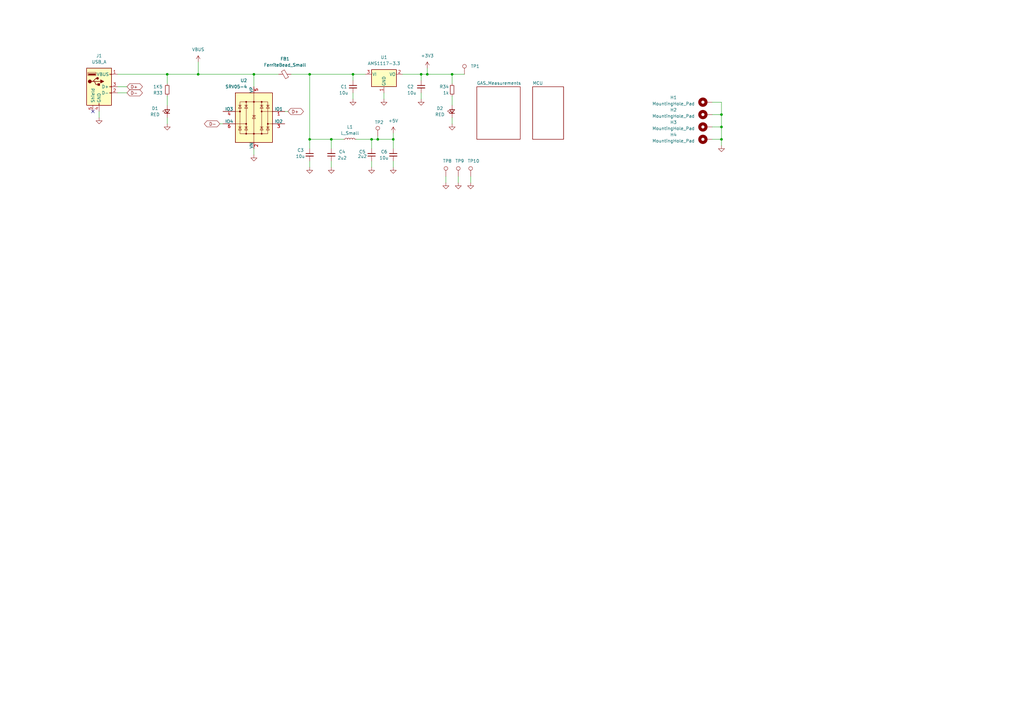
<source format=kicad_sch>
(kicad_sch (version 20211123) (generator eeschema)
  (paper "A3")
  (title_block (title "Gas_sensor_board") (rev "1"))
  (lib_symbols
    (symbol "Connector:TestPoint" (pin_numbers hide) (pin_names (offset 0.762) hide)
      (property "Reference" "TP" (at 0 6.858 0))
      (property "Value" "TestPoint" (at 0 5.08 0))
      (symbol "TestPoint_0_1"
        (circle (center 0 3.302) (radius 0.762))
      )
      (symbol "TestPoint_1_1"
        (pin passive line (at 0 0 90) (length 2.54) (name "1") (number "1"))
      )
    )
    (symbol "Connector:USB_A" (pin_names (offset 1.016))
      (property "Reference" "J" (at -5.08 11.43 0))
      (property "Value" "USB_A" (at -5.08 8.89 0))
      (symbol "USB_A_0_1"
        (rectangle (start -5.08 -7.62) (end 5.08 7.62) (stroke (width 0.254)) (fill (type background)))
        (circle (center -3.81 2.159) (radius 0.635) (stroke (width 0.254)) (fill (type outline)))
        (rectangle (start -1.524 4.826) (end -4.318 5.334) (fill (type outline)))
        (rectangle (start -1.27 4.572) (end -4.572 5.842))
        (circle (center -0.635 3.429) (radius 0.381) (stroke (width 0.254)) (fill (type outline)))
        (rectangle (start -0.127 -7.62) (end 0.127 -6.858))
        (polyline (pts (xy -3.175 2.159) (xy -2.54 2.159) (xy -1.27 3.429) (xy -0.635 3.429)) (stroke (width 0.254)))
        (polyline (pts (xy -2.54 2.159) (xy -1.905 2.159) (xy -1.27 0.889) (xy 0 0.889)) (stroke (width 0.254)))
        (polyline (pts (xy 0.635 2.794) (xy 0.635 1.524) (xy 1.905 2.159) (xy 0.635 2.794)) (stroke (width 0.254)) (fill (type outline)))
        (rectangle (start 0.254 1.27) (end -0.508 0.508) (stroke (width 0.254)) (fill (type outline)))
        (rectangle (start 5.08 -2.667) (end 4.318 -2.413))
        (rectangle (start 5.08 -0.127) (end 4.318 0.127))
        (rectangle (start 5.08 4.953) (end 4.318 5.207))
      )
      (symbol "USB_A_1_1"
        (polyline (pts (xy -1.905 2.159) (xy 0.635 2.159)) (stroke (width 0.254)))
        (pin power_in line (at 7.62 5.08 180) (length 2.54) (name "VBUS") (number "1"))
        (pin bidirectional line (at 7.62 -2.54 180) (length 2.54) (name "D-") (number "2"))
        (pin bidirectional line (at 7.62 0 180) (length 2.54) (name "D+") (number "3"))
        (pin power_in line (at 0 -10.16 90) (length 2.54) (name "GND") (number "4"))
        (pin passive line (at -2.54 -10.16 90) (length 2.54) (name "Shield") (number "5"))
      )
    )
    (symbol "Device:C_Small" (pin_numbers hide) (pin_names (offset 0.254) hide)
      (property "Reference" "C" (at 0.254 1.778 0))
      (property "Value" "C_Small" (at 0.254 -2.032 0))
      (symbol "C_Small_0_1"
        (polyline (pts (xy -1.524 -0.508) (xy 1.524 -0.508)) (stroke (width 0.3302)))
        (polyline (pts (xy -1.524 0.508) (xy 1.524 0.508)) (stroke (width 0.3048)))
      )
      (symbol "C_Small_1_1"
        (pin passive line (at 0 2.54 270) (length 2.032) (name "~") (number "1"))
        (pin passive line (at 0 -2.54 90) (length 2.032) (name "~") (number "2"))
      )
    )
    (symbol "Device:FerriteBead_Small" (pin_numbers hide) (pin_names (offset 0))
      (property "Reference" "FB" (at 1.905 1.27 0))
      (property "Value" "FerriteBead_Small" (at 1.905 -1.27 0))
      (symbol "FerriteBead_Small_0_1"
        (polyline (pts (xy 0 -1.27) (xy 0 -0.7874)))
        (polyline (pts (xy 0 0.889) (xy 0 1.2954)))
        (polyline (pts (xy -1.8288 0.2794) (xy -1.1176 1.4986) (xy 1.8288 -0.2032) (xy 1.1176 -1.4224) (xy -1.8288 0.2794)))
      )
      (symbol "FerriteBead_Small_1_1"
        (pin passive line (at 0 2.54 270) (length 1.27) (name "~") (number "1"))
        (pin passive line (at 0 -2.54 90) (length 1.27) (name "~") (number "2"))
      )
    )
    (symbol "Device:LED_Small" (pin_numbers hide) (pin_names (offset 0.254) hide)
      (property "Reference" "D" (at -1.27 3.175 0))
      (property "Value" "LED_Small" (at -4.445 -2.54 0))
      (symbol "LED_Small_0_1"
        (polyline (pts (xy -0.762 -1.016) (xy -0.762 1.016)) (stroke (width 0.254)))
        (polyline (pts (xy 1.016 0) (xy -0.762 0)))
        (polyline (pts (xy 0.762 -1.016) (xy -0.762 0) (xy 0.762 1.016) (xy 0.762 -1.016)) (stroke (width 0.254)))
        (polyline (pts (xy 0 0.762) (xy -0.508 1.27) (xy -0.254 1.27) (xy -0.508 1.27) (xy -0.508 1.016)))
        (polyline (pts (xy 0.508 1.27) (xy 0 1.778) (xy 0.254 1.778) (xy 0 1.778) (xy 0 1.524)))
      )
      (symbol "LED_Small_1_1"
        (pin passive line (at -2.54 0 0) (length 1.778) (name "K") (number "1"))
        (pin passive line (at 2.54 0 180) (length 1.778) (name "A") (number "2"))
      )
    )
    (symbol "Device:L_Small" (pin_numbers hide) (pin_names (offset 0.254) hide)
      (property "Reference" "L" (at 0.762 1.016 0))
      (property "Value" "L_Small" (at 0.762 -1.016 0))
      (symbol "L_Small_0_1"
        (arc (start 0 -2.032) (mid 0.508 -1.524) (end 0 -1.016))
        (arc (start 0 -1.016) (mid 0.508 -0.508) (end 0 0))
        (arc (start 0 0) (mid 0.508 0.508) (end 0 1.016))
        (arc (start 0 1.016) (mid 0.508 1.524) (end 0 2.032))
      )
      (symbol "L_Small_1_1"
        (pin passive line (at 0 2.54 270) (length 0.508) (name "~") (number "1"))
        (pin passive line (at 0 -2.54 90) (length 0.508) (name "~") (number "2"))
      )
    )
    (symbol "Device:R_Small" (pin_numbers hide) (pin_names (offset 0.254) hide)
      (property "Reference" "R" (at 0.762 0.508 0))
      (property "Value" "R_Small" (at 0.762 -1.016 0))
      (symbol "R_Small_0_1"
        (rectangle (start -0.762 1.778) (end 0.762 -1.778) (stroke (width 0.2032)))
      )
      (symbol "R_Small_1_1"
        (pin passive line (at 0 2.54 270) (length 0.762) (name "~") (number "1"))
        (pin passive line (at 0 -2.54 90) (length 0.762) (name "~") (number "2"))
      )
    )
    (symbol "Mechanical:MountingHole_Pad" (pin_numbers hide) (pin_names (offset 1.016) hide)
      (property "Reference" "H" (at 0 6.35 0))
      (property "Value" "MountingHole_Pad" (at 0 4.445 0))
      (symbol "MountingHole_Pad_0_1"
        (circle (center 0 1.27) (radius 1.27) (stroke (width 1.27)))
      )
      (symbol "MountingHole_Pad_1_1"
        (pin input line (at 0 -2.54 90) (length 2.54) (name "1") (number "1"))
      )
    )
    (symbol "Power_Protection:SRV05-4" (pin_names (offset 0))
      (property "Reference" "U" (at -5.08 11.43 0))
      (property "Value" "SRV05-4" (at 2.54 11.43 0))
      (symbol "SRV05-4_0_0"
        (rectangle (start -5.715 6.477) (end 5.715 -6.604))
        (polyline (pts (xy -3.175 -6.604) (xy -3.175 6.477)))
        (polyline (pts (xy 3.175 6.477) (xy 3.175 -6.604)))
      )
      (symbol "SRV05-4_0_1"
        (rectangle (start -7.62 10.16) (end 7.62 -10.16) (stroke (width 0.254)) (fill (type background)))
        (circle (center -5.715 -2.54) (radius 0.2794) (fill (type outline)))
        (circle (center -3.175 -6.604) (radius 0.2794) (fill (type outline)))
        (circle (center -3.175 2.54) (radius 0.2794) (fill (type outline)))
        (circle (center -3.175 6.477) (radius 0.2794) (fill (type outline)))
        (circle (center 0 -6.604) (radius 0.2794) (fill (type outline)))
        (polyline (pts (xy -7.747 2.54) (xy -3.175 2.54)))
        (polyline (pts (xy -7.62 -2.54) (xy -5.715 -2.54)))
        (polyline (pts (xy -5.08 -3.81) (xy -6.35 -3.81)))
        (polyline (pts (xy -5.08 5.08) (xy -6.35 5.08)))
        (polyline (pts (xy -2.54 -3.81) (xy -3.81 -3.81)))
        (polyline (pts (xy -2.54 5.08) (xy -3.81 5.08)))
        (polyline (pts (xy 0 10.16) (xy 0 -10.16)))
        (polyline (pts (xy 3.81 -3.81) (xy 2.54 -3.81)))
        (polyline (pts (xy 3.81 5.08) (xy 2.54 5.08)))
        (polyline (pts (xy 6.35 -3.81) (xy 5.08 -3.81)))
        (polyline (pts (xy 6.35 5.08) (xy 5.08 5.08)))
        (polyline (pts (xy 7.62 -2.54) (xy 3.175 -2.54)))
        (polyline (pts (xy 7.62 2.54) (xy 5.715 2.54)))
        (polyline (pts (xy 0.635 0.889) (xy -0.635 0.889) (xy -0.635 0.635)))
        (polyline (pts (xy -5.08 -5.08) (xy -6.35 -5.08) (xy -5.715 -3.81) (xy -5.08 -5.08)))
        (polyline (pts (xy -5.08 3.81) (xy -6.35 3.81) (xy -5.715 5.08) (xy -5.08 3.81)))
        (polyline (pts (xy -2.54 -5.08) (xy -3.81 -5.08) (xy -3.175 -3.81) (xy -2.54 -5.08)))
        (polyline (pts (xy -2.54 3.81) (xy -3.81 3.81) (xy -3.175 5.08) (xy -2.54 3.81)))
        (polyline (pts (xy 0.635 -0.381) (xy -0.635 -0.381) (xy 0 0.889) (xy 0.635 -0.381)))
        (polyline (pts (xy 3.81 -5.08) (xy 2.54 -5.08) (xy 3.175 -3.81) (xy 3.81 -5.08)))
        (polyline (pts (xy 3.81 3.81) (xy 2.54 3.81) (xy 3.175 5.08) (xy 3.81 3.81)))
        (polyline (pts (xy 6.35 -5.08) (xy 5.08 -5.08) (xy 5.715 -3.81) (xy 6.35 -5.08)))
        (polyline (pts (xy 6.35 3.81) (xy 5.08 3.81) (xy 5.715 5.08) (xy 6.35 3.81)))
        (circle (center 0 6.477) (radius 0.2794) (fill (type outline)))
        (circle (center 3.175 -6.604) (radius 0.2794) (fill (type outline)))
        (circle (center 3.175 -2.54) (radius 0.2794) (fill (type outline)))
        (circle (center 3.175 6.477) (radius 0.2794) (fill (type outline)))
        (circle (center 5.715 2.54) (radius 0.2794) (fill (type outline)))
      )
      (symbol "SRV05-4_1_1"
        (pin passive line (at -12.7 2.54 0) (length 5.08) (name "IO1") (number "1"))
        (pin passive line (at 0 -12.7 90) (length 2.54) (name "VN") (number "2"))
        (pin passive line (at -12.7 -2.54 0) (length 5.08) (name "IO2") (number "3"))
        (pin passive line (at 12.7 2.54 180) (length 5.08) (name "IO3") (number "4"))
        (pin passive line (at 0 12.7 270) (length 2.54) (name "VP") (number "5"))
        (pin passive line (at 12.7 -2.54 180) (length 5.08) (name "IO4") (number "6"))
      )
    )
    (symbol "Regulator_Linear:AMS1117-3.3" (pin_names (offset 0.254))
      (property "Reference" "U" (at -3.81 3.175 0))
      (property "Value" "AMS1117-3.3" (at 0 3.175 0))
      (symbol "AMS1117-3.3_0_1"
        (rectangle (start -5.08 -5.08) (end 5.08 1.905) (stroke (width 0.254)) (fill (type background)))
      )
      (symbol "AMS1117-3.3_1_1"
        (pin power_in line (at 0 -7.62 90) (length 2.54) (name "GND") (number "1"))
        (pin power_out line (at 7.62 0 180) (length 2.54) (name "VO") (number "2"))
        (pin power_in line (at -7.62 0 0) (length 2.54) (name "VI") (number "3"))
      )
    )
    (symbol "power:+3V3" (power) (pin_names (offset 0))
      (property "Value" "+3V3" (at 0 3.556 0))
      (symbol "+3V3_0_1"
        (polyline (pts (xy -0.762 1.27) (xy 0 2.54)))
        (polyline (pts (xy 0 0) (xy 0 2.54)))
        (polyline (pts (xy 0 2.54) (xy 0.762 1.27)))
      )
      (symbol "+3V3_1_1"
        (pin power_in line (at 0 0 90) (length 0) hide (name "+3V3") (number "1"))
      )
    )
    (symbol "power:+5V" (power) (pin_names (offset 0))
      (property "Value" "+5V" (at 0 3.556 0))
      (symbol "+5V_0_1"
        (polyline (pts (xy -0.762 1.27) (xy 0 2.54)))
        (polyline (pts (xy 0 0) (xy 0 2.54)))
        (polyline (pts (xy 0 2.54) (xy 0.762 1.27)))
      )
      (symbol "+5V_1_1"
        (pin power_in line (at 0 0 90) (length 0) hide (name "+5V") (number "1"))
      )
    )
    (symbol "power:GND" (power) (pin_names (offset 0))
      (property "Value" "GND" (at 0 -3.81 0))
      (symbol "GND_0_1"
        (polyline (pts (xy 0 0) (xy 0 -1.27) (xy 1.27 -1.27) (xy 0 -2.54) (xy -1.27 -1.27) (xy 0 -1.27)))
      )
      (symbol "GND_1_1"
        (pin power_in line (at 0 0 270) (length 0) hide (name "GND") (number "1"))
      )
    )
    (symbol "power:VBUS" (power) (pin_names (offset 0))
      (property "Value" "VBUS" (at 0 3.81 0))
      (symbol "VBUS_0_1"
        (polyline (pts (xy -0.762 1.27) (xy 0 2.54)))
        (polyline (pts (xy 0 0) (xy 0 2.54)))
        (polyline (pts (xy 0 2.54) (xy 0.762 1.27)))
      )
      (symbol "VBUS_1_1"
        (pin power_in line (at 0 0 90) (length 0) hide (name "VBUS") (number "1"))
      )
    )
  )
  (junction (at 68.58 30.48))
  (junction (at 161.29 57.15))
  (junction (at 135.89 57.15))
  (junction (at 127 30.48))
  (junction (at 127 57.15))
  (junction (at 295.91 57.15))
  (junction (at 154.94 57.15))
  (junction (at 172.72 30.48))
  (junction (at 152.4 57.15))
  (junction (at 144.78 30.48))
  (junction (at 81.28 30.48))
  (junction (at 104.14 30.48))
  (junction (at 295.91 52.07))
  (junction (at 295.91 46.99))
  (junction (at 185.42 30.48))
  (junction (at 175.26 30.48))
  (no_connect (at 38.1 45.72))
  (wire (pts (xy 161.29 54.61) (xy 161.29 57.15)))
  (wire (pts (xy 118.11 45.72) (xy 116.84 45.72)))
  (wire (pts (xy 161.29 68.58) (xy 161.29 66.04)))
  (wire (pts (xy 175.26 27.94) (xy 175.26 30.48)))
  (wire (pts (xy 81.28 30.48) (xy 68.58 30.48)))
  (wire (pts (xy 187.96 74.93) (xy 187.96 72.39)))
  (wire (pts (xy 157.48 40.64) (xy 157.48 38.1)))
  (wire (pts (xy 154.94 57.15) (xy 154.94 55.88)))
  (wire (pts (xy 52.07 38.1) (xy 48.26 38.1)))
  (wire (pts (xy 104.14 35.56) (xy 104.14 30.48)))
  (wire (pts (xy 135.89 57.15) (xy 140.97 57.15)))
  (wire (pts (xy 152.4 57.15) (xy 154.94 57.15)))
  (wire (pts (xy 292.1 57.15) (xy 295.91 57.15)))
  (wire (pts (xy 114.3 30.48) (xy 104.14 30.48)))
  (wire (pts (xy 68.58 39.37) (xy 68.58 43.18)))
  (wire (pts (xy 146.05 57.15) (xy 152.4 57.15)))
  (wire (pts (xy 90.17 50.8) (xy 91.44 50.8)))
  (wire (pts (xy 52.07 35.56) (xy 48.26 35.56)))
  (wire (pts (xy 292.1 52.07) (xy 295.91 52.07)))
  (wire (pts (xy 165.1 30.48) (xy 172.72 30.48)))
  (wire (pts (xy 144.78 33.02) (xy 144.78 30.48)))
  (wire (pts (xy 152.4 68.58) (xy 152.4 66.04)))
  (wire (pts (xy 295.91 41.91) (xy 295.91 46.99)))
  (wire (pts (xy 127 57.15) (xy 135.89 57.15)))
  (wire (pts (xy 68.58 30.48) (xy 68.58 34.29)))
  (wire (pts (xy 185.42 30.48) (xy 190.5 30.48)))
  (wire (pts (xy 292.1 41.91) (xy 295.91 41.91)))
  (wire (pts (xy 154.94 57.15) (xy 161.29 57.15)))
  (wire (pts (xy 127 68.58) (xy 127 66.04)))
  (wire (pts (xy 182.88 74.93) (xy 182.88 72.39)))
  (wire (pts (xy 292.1 46.99) (xy 295.91 46.99)))
  (wire (pts (xy 295.91 46.99) (xy 295.91 52.07)))
  (wire (pts (xy 144.78 30.48) (xy 149.86 30.48)))
  (wire (pts (xy 119.38 30.48) (xy 127 30.48)))
  (wire (pts (xy 172.72 30.48) (xy 175.26 30.48)))
  (wire (pts (xy 68.58 50.8) (xy 68.58 48.26)))
  (wire (pts (xy 68.58 30.48) (xy 48.26 30.48)))
  (wire (pts (xy 193.04 74.93) (xy 193.04 72.39)))
  (wire (pts (xy 185.42 30.48) (xy 185.42 34.29)))
  (wire (pts (xy 127 30.48) (xy 144.78 30.48)))
  (wire (pts (xy 161.29 57.15) (xy 161.29 60.96)))
  (wire (pts (xy 175.26 30.48) (xy 185.42 30.48)))
  (wire (pts (xy 185.42 50.8) (xy 185.42 48.26)))
  (wire (pts (xy 127 60.96) (xy 127 57.15)))
  (wire (pts (xy 40.64 48.26) (xy 40.64 45.72)))
  (wire (pts (xy 152.4 60.96) (xy 152.4 57.15)))
  (wire (pts (xy 185.42 39.37) (xy 185.42 43.18)))
  (wire (pts (xy 295.91 52.07) (xy 295.91 57.15)))
  (wire (pts (xy 104.14 63.5) (xy 104.14 60.96)))
  (wire (pts (xy 104.14 30.48) (xy 81.28 30.48)))
  (wire (pts (xy 135.89 60.96) (xy 135.89 57.15)))
  (wire (pts (xy 295.91 57.15) (xy 295.91 59.69)))
  (wire (pts (xy 172.72 40.64) (xy 172.72 38.1)))
  (wire (pts (xy 144.78 40.64) (xy 144.78 38.1)))
  (wire (pts (xy 172.72 33.02) (xy 172.72 30.48)))
  (wire (pts (xy 135.89 68.58) (xy 135.89 66.04)))
  (wire (pts (xy 127 57.15) (xy 127 30.48)))
  (wire (pts (xy 81.28 25.4) (xy 81.28 30.48)))
  (global_label "D-" (shape bidirectional) (at 52.07 38.1 0) (property "Intersheet References" "${INTERSHEET_REFS}" (effects hide)))
  (global_label "D-" (shape bidirectional) (at 90.17 50.8 180) (property "Intersheet References" "${INTERSHEET_REFS}" (effects hide)))
  (global_label "D+" (shape bidirectional) (at 52.07 35.56 0) (property "Intersheet References" "${INTERSHEET_REFS}" (effects hide)))
  (global_label "D+" (shape bidirectional) (at 118.11 45.72 0) (property "Intersheet References" "${INTERSHEET_REFS}" (effects hide)))
  (symbol (lib_id "power:GND") (at 182.88 74.93 0) (mirror y) (unit 1)
    (property "Reference" "#PWR0106" (effects hide))
    (property "Value" "GND" (effects hide))
  )
  (symbol (lib_id "Connector:TestPoint") (at 182.88 72.39 0) (unit 1) (in_bom no)
    (property "Reference" "TP8" (at 181.61 66.04 0) (effects (justify left)))
    (property "Value" "TestPoint" (effects hide))
    (property "Footprint" "TestPoint:TestPoint_Pad_1.5x1.5mm" (effects hide))
  )
  (symbol (lib_id "power:GND") (at 187.96 74.93 0) (mirror y) (unit 1)
    (property "Reference" "#PWR0105" (effects hide))
    (property "Value" "GND" (effects hide))
  )
  (symbol (lib_id "Mechanical:MountingHole_Pad") (at 289.56 46.99 90) (unit 1) (in_bom no)
    (property "Reference" "H2" (at 276.225 45.085 90))
    (property "Value" "MountingHole_Pad" (at 276.225 47.625 90))
    (property "Footprint" "MountingHole:MountingHole_3.2mm_M3_DIN965_Pad_TopBottom" (effects hide))
  )
  (symbol (lib_id "Device:LED_Small") (at 68.58 45.72 90) (unit 1)
    (property "Reference" "D1" (at 63.5635 44.45 90))
    (property "Value" "RED" (at 63.5635 46.99 90))
    (property "Footprint" "LED_SMD:LED_0603_1608Metric" (effects hide))
    (property "LCSC" "C2286" (effects hide))
  )
  (symbol (lib_id "Power_Protection:SRV05-4") (at 104.14 48.26 0) (mirror y) (unit 1)
    (property "Reference" "U2" (at 101.3713 33.02 0) (effects (justify left)))
    (property "Value" "SRV05-4" (at 101.3713 35.56 0) (effects (justify left)))
    (property "Footprint" "Package_TO_SOT_SMD:SOT-23-6" (effects hide))
    (property "Datasheet" "http://www.onsemi.com/pub/Collateral/SRV05-4-D.PDF" (effects hide))
    (property "LCSC" "C85364" (effects hide))
  )
  (symbol (lib_id "Connector:TestPoint") (at 187.96 72.39 0) (unit 1) (in_bom no)
    (property "Reference" "TP9" (at 186.69 66.04 0) (effects (justify left)))
    (property "Value" "TestPoint" (effects hide))
    (property "Footprint" "TestPoint:TestPoint_Pad_1.5x1.5mm" (effects hide))
  )
  (symbol (lib_id "power:GND") (at 172.72 40.64 0) (unit 1)
    (property "Reference" "#PWR05" (effects hide))
    (property "Value" "GND" (effects hide))
  )
  (symbol (lib_id "Connector:TestPoint") (at 193.04 72.39 0) (unit 1) (in_bom no)
    (property "Reference" "TP10" (at 191.77 66.04 0) (effects (justify left)))
    (property "Value" "TestPoint" (effects hide))
    (property "Footprint" "TestPoint:TestPoint_Pad_1.5x1.5mm" (effects hide))
  )
  (symbol (lib_id "Mechanical:MountingHole_Pad") (at 289.56 52.07 90) (unit 1) (in_bom no)
    (property "Reference" "H3" (at 276.225 50.165 90))
    (property "Value" "MountingHole_Pad" (at 276.225 52.705 90))
    (property "Footprint" "MountingHole:MountingHole_3.2mm_M3_DIN965_Pad_TopBottom" (effects hide))
  )
  (symbol (lib_id "Device:C_Small") (at 172.72 35.56 0) (unit 1)
    (property "Reference" "C2" (at 167.005 35.56 0) (effects (justify left)))
    (property "Value" "10u" (at 167.005 38.1 0) (effects (justify left)))
    (property "Footprint" "Capacitor_SMD:C_0805_2012Metric" (effects hide))
    (property "LCSC" "C15850" (effects hide))
  )
  (symbol (lib_id "Device:FerriteBead_Small") (at 116.84 30.48 270) (mirror x) (unit 1)
    (property "Reference" "FB1" (at 116.8781 24.13 90))
    (property "Value" "FerriteBead_Small" (at 116.8781 26.67 90))
    (property "Footprint" "Inductor_SMD:L_0805_2012Metric" (effects hide))
    (property "Datasheet" "https://jlcpcb.com/partdetail/Sunlord-GZ2012D101TF/C1015" (effects hide))
    (property "LCSC" "C1015" (effects hide))
  )
  (symbol (lib_id "power:GND") (at 68.58 50.8 0) (mirror y) (unit 1)
    (property "Reference" "#PWR0102" (effects hide))
    (property "Value" "GND" (effects hide))
  )
  (symbol (lib_id "power:GND") (at 135.89 68.58 0) (unit 1)
    (property "Reference" "#PWR011" (effects hide))
    (property "Value" "GND" (effects hide))
  )
  (symbol (lib_id "power:+3V3") (at 175.26 27.94 0) (mirror y) (unit 1)
    (property "Reference" "#PWR02" (effects hide))
    (property "Value" "+3V3" (at 175.26 22.86 0))
  )
  (symbol (lib_id "power:GND") (at 185.42 50.8 0) (mirror y) (unit 1)
    (property "Reference" "#PWR0103" (effects hide))
    (property "Value" "GND" (effects hide))
  )
  (symbol (lib_id "Device:C_Small") (at 161.29 63.5 0) (unit 1)
    (property "Reference" "C6" (at 156.21 62.23 0) (effects (justify left)))
    (property "Value" "10u" (at 155.575 64.77 0) (effects (justify left)))
    (property "Footprint" "Capacitor_SMD:C_0805_2012Metric" (effects hide))
    (property "LCSC" "C15850" (effects hide))
  )
  (symbol (lib_id "Mechanical:MountingHole_Pad") (at 289.56 57.15 90) (unit 1) (in_bom no)
    (property "Reference" "H4" (at 276.225 55.245 90))
    (property "Value" "MountingHole_Pad" (at 276.225 57.785 90))
    (property "Footprint" "MountingHole:MountingHole_3.2mm_M3_DIN965_Pad_TopBottom" (effects hide))
  )
  (symbol (lib_id "power:GND") (at 127 68.58 0) (unit 1)
    (property "Reference" "#PWR010" (effects hide))
    (property "Value" "GND" (effects hide))
  )
  (symbol (lib_id "Device:R_Small") (at 185.42 36.83 0) (unit 1)
    (property "Reference" "R34" (at 184.15 35.56 0) (effects (justify right)))
    (property "Value" "1k" (at 184.15 38.1 0) (effects (justify right)))
    (property "Footprint" "Resistor_SMD:R_0603_1608Metric" (effects hide))
    (property "LCSC" "C21190" (effects hide))
  )
  (symbol (lib_id "Mechanical:MountingHole_Pad") (at 289.56 41.91 90) (unit 1) (in_bom no)
    (property "Reference" "H1" (at 276.225 40.005 90))
    (property "Value" "MountingHole_Pad" (at 276.225 42.545 90))
    (property "Footprint" "MountingHole:MountingHole_3.2mm_M3_DIN965_Pad_TopBottom" (effects hide))
  )
  (symbol (lib_id "power:GND") (at 40.64 48.26 0) (mirror y) (unit 1)
    (property "Reference" "#PWR06" (effects hide))
    (property "Value" "GND" (effects hide))
  )
  (symbol (lib_id "power:GND") (at 161.29 68.58 0) (unit 1)
    (property "Reference" "#PWR013" (effects hide))
    (property "Value" "GND" (effects hide))
  )
  (symbol (lib_id "power:GND") (at 157.48 40.64 0) (unit 1)
    (property "Reference" "#PWR04" (effects hide))
    (property "Value" "GND" (effects hide))
  )
  (symbol (lib_id "Device:R_Small") (at 68.58 36.83 0) (unit 1)
    (property "Reference" "R33" (at 64.77 38.1 0))
    (property "Value" "1K5" (at 64.77 35.56 0))
    (property "Footprint" "Resistor_SMD:R_0603_1608Metric" (effects hide))
    (property "LCSC" "C22843" (effects hide))
  )
  (symbol (lib_id "Regulator_Linear:AMS1117-3.3") (at 157.48 30.48 0) (unit 1)
    (property "Reference" "U1" (at 157.48 23.495 0))
    (property "Value" "AMS1117-3.3" (at 157.48 26.035 0))
    (property "Footprint" "Package_TO_SOT_SMD:SOT-223-3_TabPin2" (effects hide))
    (property "Datasheet" "http://www.advanced-monolithic.com/pdf/ds1117.pdf" (effects hide))
    (property "LCSC" "C6186" (effects hide))
  )
  (symbol (lib_id "Connector:TestPoint") (at 154.94 55.88 0) (unit 1) (in_bom no)
    (property "Reference" "TP2" (at 153.67 50.165 0) (effects (justify left)))
    (property "Value" "TestPoint" (effects hide))
    (property "Footprint" "TestPoint:TestPoint_Pad_1.5x1.5mm" (effects hide))
  )
  (symbol (lib_id "Device:C_Small") (at 144.78 35.56 0) (unit 1)
    (property "Reference" "C1" (at 139.7 35.56 0) (effects (justify left)))
    (property "Value" "10u" (at 139.065 38.1 0) (effects (justify left)))
    (property "Footprint" "Capacitor_SMD:C_0805_2012Metric" (effects hide))
    (property "LCSC" "C15850" (effects hide))
  )
  (symbol (lib_id "Device:C_Small") (at 127 63.5 0) (unit 1)
    (property "Reference" "C3" (at 121.92 61.595 0) (effects (justify left)))
    (property "Value" "10u" (at 121.285 64.135 0) (effects (justify left)))
    (property "Footprint" "Capacitor_SMD:C_0805_2012Metric" (effects hide))
    (property "LCSC" "C15850" (effects hide))
  )
  (symbol (lib_id "Device:LED_Small") (at 185.42 45.72 90) (unit 1)
    (property "Reference" "D2" (at 180.4035 44.45 90))
    (property "Value" "RED" (at 180.4035 46.99 90))
    (property "Footprint" "LED_SMD:LED_0603_1608Metric" (effects hide))
    (property "LCSC" "C2286" (effects hide))
  )
  (symbol (lib_id "power:VBUS") (at 81.28 25.4 0) (unit 1)
    (property "Reference" "#PWR01" (effects hide))
    (property "Value" "VBUS" (at 81.28 20.32 0))
  )
  (symbol (lib_id "power:+5V") (at 161.29 54.61 0) (mirror y) (unit 1)
    (property "Reference" "#PWR07" (effects hide))
    (property "Value" "+5V" (at 161.29 49.53 0))
  )
  (symbol (lib_id "Device:C_Small") (at 152.4 63.5 0) (mirror x) (unit 1)
    (property "Reference" "C5" (at 148.59 62.23 0))
    (property "Value" "2u2" (at 148.59 64.135 0))
    (property "Footprint" "Capacitor_SMD:C_0603_1608Metric" (effects hide))
    (property "LCSC" "C23630" (effects hide))
  )
  (symbol (lib_id "power:GND") (at 193.04 74.93 0) (mirror y) (unit 1)
    (property "Reference" "#PWR0107" (effects hide))
    (property "Value" "GND" (effects hide))
  )
  (symbol (lib_id "power:GND") (at 144.78 40.64 0) (unit 1)
    (property "Reference" "#PWR03" (effects hide))
    (property "Value" "GND" (effects hide))
  )
  (symbol (lib_id "Device:L_Small") (at 143.51 57.15 90) (unit 1)
    (property "Reference" "L1" (at 143.51 52.07 90))
    (property "Value" "L_Small" (at 143.51 54.61 90))
    (property "Footprint" "Inductor_SMD:L_0603_1608Metric" (effects hide))
    (property "LCSC" "C13415" (effects hide))
  )
  (symbol (lib_id "Device:C_Small") (at 135.89 63.5 180) (unit 1)
    (property "Reference" "C4" (at 140.335 62.23 0))
    (property "Value" "2u2" (at 140.335 64.77 0))
    (property "Footprint" "Capacitor_SMD:C_0603_1608Metric" (effects hide))
    (property "LCSC" "C23630" (effects hide))
  )
  (symbol (lib_id "power:GND") (at 152.4 68.58 0) (unit 1)
    (property "Reference" "#PWR012" (effects hide))
    (property "Value" "GND" (effects hide))
  )
  (symbol (lib_id "power:GND") (at 104.14 63.5 0) (mirror y) (unit 1)
    (property "Reference" "#PWR09" (effects hide))
    (property "Value" "GND" (effects hide))
  )
  (symbol (lib_id "Connector:USB_A") (at 40.64 35.56 0) (unit 1)
    (property "Reference" "J1" (at 40.64 22.86 0))
    (property "Value" "USB_A" (at 40.64 25.4 0))
    (property "Footprint" "SamacSys_Parts:USB1040GFLB" (effects hide))
    (property "Datasheet" " ~" (effects hide))
  )
  (symbol (lib_id "power:GND") (at 295.91 59.69 0) (unit 1)
    (property "Reference" "#PWR08" (effects hide))
    (property "Value" "GND" (effects hide))
  )
  (symbol (lib_id "Connector:TestPoint") (at 190.5 30.48 0) (unit 1) (in_bom no)
    (property "Reference" "TP1" (at 193.04 27.1779 0) (effects (justify left)))
    (property "Value" "TestPoint" (effects hide))
    (property "Footprint" "TestPoint:TestPoint_Pad_1.5x1.5mm" (effects hide))
  )
  (sheet (at 195.58 35.56) (size 17.78 21.59) (stroke (width 0.1524))
    (property "Sheet name" "GAS_Measurements" (at 195.58 34.8484 0) (effects (justify left bottom)))
    (property "Sheet file" "Measurements.kicad_sch" (effects hide))
  )
  (sheet (at 218.44 35.56) (size 12.7 21.59) (stroke (width 0.1524))
    (property "Sheet name" "MCU" (at 218.44 34.8484 0) (effects (justify left bottom)))
    (property "Sheet file" "MCU.kicad_sch" (effects hide))
  )
)
</source>
